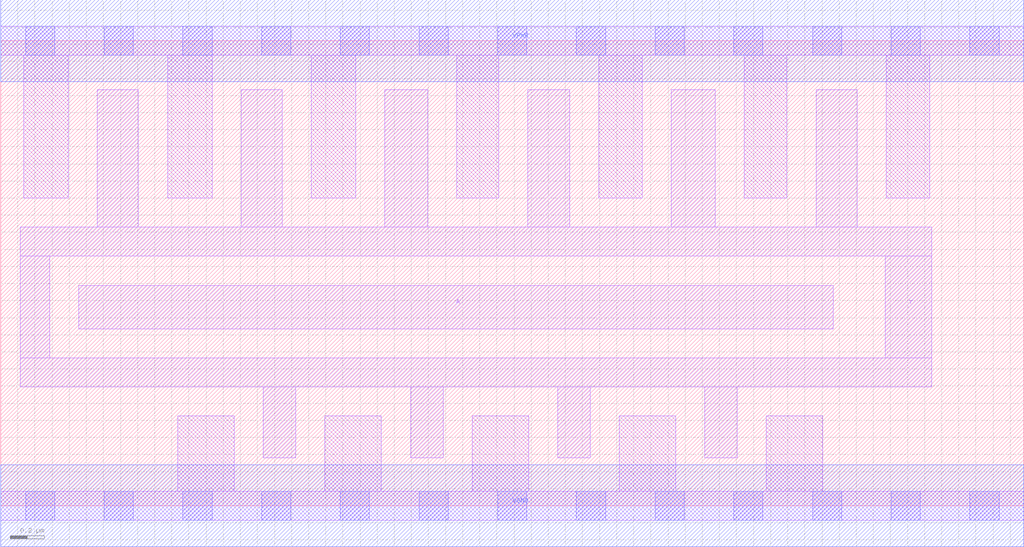
<source format=lef>
# Copyright 2020 The SkyWater PDK Authors
#
# Licensed under the Apache License, Version 2.0 (the "License");
# you may not use this file except in compliance with the License.
# You may obtain a copy of the License at
#
#     https://www.apache.org/licenses/LICENSE-2.0
#
# Unless required by applicable law or agreed to in writing, software
# distributed under the License is distributed on an "AS IS" BASIS,
# WITHOUT WARRANTIES OR CONDITIONS OF ANY KIND, either express or implied.
# See the License for the specific language governing permissions and
# limitations under the License.
#
# SPDX-License-Identifier: Apache-2.0

VERSION 5.7 ;
  NAMESCASESENSITIVE ON ;
  NOWIREEXTENSIONATPIN ON ;
  DIVIDERCHAR "/" ;
  BUSBITCHARS "[]" ;
UNITS
  DATABASE MICRONS 200 ;
END UNITS
MACRO sky130_fd_sc_hd__clkinv_8
  CLASS CORE ;
  FOREIGN sky130_fd_sc_hd__clkinv_8 ;
  ORIGIN  0.000000  0.000000 ;
  SIZE  5.980000 BY  2.720000 ;
  SYMMETRY X Y R90 ;
  SITE unithd ;
  PIN A
    ANTENNAGATEAREA  2.304000 ;
    DIRECTION INPUT ;
    USE SIGNAL ;
    PORT
      LAYER li1 ;
        RECT 0.455000 1.035000 4.865000 1.290000 ;
    END
  END A
  PIN Y
    ANTENNADIFFAREA  2.090400 ;
    DIRECTION OUTPUT ;
    USE SIGNAL ;
    PORT
      LAYER li1 ;
        RECT 0.115000 0.695000 5.440000 0.865000 ;
        RECT 0.115000 0.865000 0.285000 1.460000 ;
        RECT 0.115000 1.460000 5.440000 1.630000 ;
        RECT 0.565000 1.630000 0.805000 2.435000 ;
        RECT 1.405000 1.630000 1.645000 2.435000 ;
        RECT 1.535000 0.280000 1.725000 0.695000 ;
        RECT 2.245000 1.630000 2.495000 2.435000 ;
        RECT 2.395000 0.280000 2.585000 0.695000 ;
        RECT 3.080000 1.630000 3.325000 2.435000 ;
        RECT 3.255000 0.280000 3.445000 0.695000 ;
        RECT 3.920000 1.630000 4.175000 2.435000 ;
        RECT 4.115000 0.280000 4.305000 0.695000 ;
        RECT 4.765000 1.630000 5.005000 2.435000 ;
        RECT 5.170000 0.865000 5.440000 1.460000 ;
    END
  END Y
  PIN VGND
    DIRECTION INOUT ;
    SHAPE ABUTMENT ;
    USE GROUND ;
    PORT
      LAYER met1 ;
        RECT 0.000000 -0.240000 5.980000 0.240000 ;
    END
  END VGND
  PIN VPWR
    DIRECTION INOUT ;
    SHAPE ABUTMENT ;
    USE POWER ;
    PORT
      LAYER met1 ;
        RECT 0.000000 2.480000 5.980000 2.960000 ;
    END
  END VPWR
  OBS
    LAYER li1 ;
      RECT 0.000000 -0.085000 5.980000 0.085000 ;
      RECT 0.000000  2.635000 5.980000 2.805000 ;
      RECT 0.135000  1.800000 0.395000 2.635000 ;
      RECT 0.975000  1.800000 1.235000 2.635000 ;
      RECT 1.035000  0.085000 1.365000 0.525000 ;
      RECT 1.815000  1.800000 2.075000 2.635000 ;
      RECT 1.895000  0.085000 2.225000 0.525000 ;
      RECT 2.665000  1.800000 2.910000 2.635000 ;
      RECT 2.755000  0.085000 3.085000 0.525000 ;
      RECT 3.495000  1.800000 3.750000 2.635000 ;
      RECT 3.615000  0.085000 3.945000 0.525000 ;
      RECT 4.345000  1.800000 4.595000 2.635000 ;
      RECT 4.475000  0.085000 4.805000 0.525000 ;
      RECT 5.175000  1.800000 5.430000 2.635000 ;
    LAYER mcon ;
      RECT 0.145000 -0.085000 0.315000 0.085000 ;
      RECT 0.145000  2.635000 0.315000 2.805000 ;
      RECT 0.605000 -0.085000 0.775000 0.085000 ;
      RECT 0.605000  2.635000 0.775000 2.805000 ;
      RECT 1.065000 -0.085000 1.235000 0.085000 ;
      RECT 1.065000  2.635000 1.235000 2.805000 ;
      RECT 1.525000 -0.085000 1.695000 0.085000 ;
      RECT 1.525000  2.635000 1.695000 2.805000 ;
      RECT 1.985000 -0.085000 2.155000 0.085000 ;
      RECT 1.985000  2.635000 2.155000 2.805000 ;
      RECT 2.445000 -0.085000 2.615000 0.085000 ;
      RECT 2.445000  2.635000 2.615000 2.805000 ;
      RECT 2.905000 -0.085000 3.075000 0.085000 ;
      RECT 2.905000  2.635000 3.075000 2.805000 ;
      RECT 3.365000 -0.085000 3.535000 0.085000 ;
      RECT 3.365000  2.635000 3.535000 2.805000 ;
      RECT 3.825000 -0.085000 3.995000 0.085000 ;
      RECT 3.825000  2.635000 3.995000 2.805000 ;
      RECT 4.285000 -0.085000 4.455000 0.085000 ;
      RECT 4.285000  2.635000 4.455000 2.805000 ;
      RECT 4.745000 -0.085000 4.915000 0.085000 ;
      RECT 4.745000  2.635000 4.915000 2.805000 ;
      RECT 5.205000 -0.085000 5.375000 0.085000 ;
      RECT 5.205000  2.635000 5.375000 2.805000 ;
      RECT 5.665000 -0.085000 5.835000 0.085000 ;
      RECT 5.665000  2.635000 5.835000 2.805000 ;
  END
END sky130_fd_sc_hd__clkinv_8
END LIBRARY

</source>
